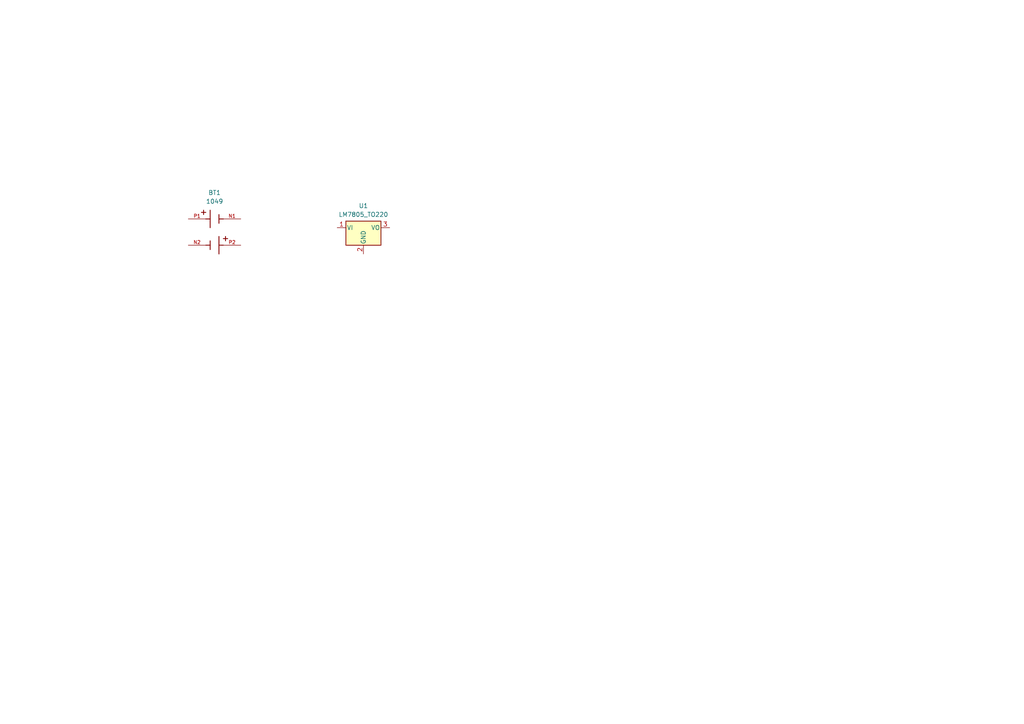
<source format=kicad_sch>
(kicad_sch (version 20250114) (generator "eeschema") (generator_version "9.0")
  (paper "A4")
  (lib_symbols
    (symbol "NDE_lib:1049" (pin_names (offset 1.016))
      (property "Reference" "BT" (at -3.81 8.89 0))
      (property "Value" "1049" (at -3.81 -7.62 0))
      (symbol "1049_0_0"
        (polyline (pts (xy -3.81 6.985) (xy -2.54 6.985)) (stroke (width 0.254)))
        (polyline (pts (xy -3.175 7.62) (xy -3.175 6.35)) (stroke (width 0.254)))
        (polyline (pts (xy -1.27 7.62) (xy -1.27 5.08)) (stroke (width 0.254)))
        (polyline (pts (xy -1.27 5.08) (xy -2.54 5.08)) (stroke (width 0.254)))
        (polyline (pts (xy -1.27 5.08) (xy -1.27 2.54)) (stroke (width 0.254)))
        (polyline (pts (xy -1.27 -2.54) (xy -2.54 -2.54)) (stroke (width 0.254)))
        (polyline (pts (xy -1.27 -2.54) (xy -1.27 -1.27)) (stroke (width 0.254)))
        (polyline (pts (xy -1.27 -3.81) (xy -1.27 -2.54)) (stroke (width 0.254)))
        (polyline (pts (xy 1.27 6.35) (xy 1.27 5.08)) (stroke (width 0.254)))
        (polyline (pts (xy 1.27 5.08) (xy 1.27 3.81)) (stroke (width 0.254)))
        (polyline (pts (xy 1.27 5.08) (xy 2.54 5.08)) (stroke (width 0.254)))
        (polyline (pts (xy 1.27 -2.54) (xy 1.27 0)) (stroke (width 0.254)))
        (polyline (pts (xy 1.27 -2.54) (xy 2.54 -2.54)) (stroke (width 0.254)))
        (polyline (pts (xy 1.27 -5.08) (xy 1.27 -2.54)) (stroke (width 0.254)))
        (polyline (pts (xy 3.175 -1.27) (xy 3.175 0)) (stroke (width 0.254)))
        (polyline (pts (xy 3.81 -0.635) (xy 2.54 -0.635)) (stroke (width 0.254)))
        (pin passive line (at -7.62 5.08 0) (length 5.08) (name "~") (number "P1"))
        (pin passive line (at -7.62 -2.54 0) (length 5.08) (name "~") (number "N2"))
        (pin passive line (at 7.62 5.08 180) (length 5.08) (name "~") (number "N1"))
        (pin passive line (at 7.62 -2.54 180) (length 5.08) (name "~") (number "P2"))
      )
    )
    (symbol "Regulator_Linear:LM7805_TO220" (pin_names (offset 0.254))
      (property "Reference" "U" (at -3.81 3.175 0))
      (property "Value" "LM7805_TO220" (at 0 3.175 0))
      (symbol "LM7805_TO220_0_1"
        (rectangle (start -5.08 1.905) (end 5.08 -5.08) (stroke (width 0.254)) (fill (type background)))
      )
      (symbol "LM7805_TO220_1_1"
        (pin power_in line (at -7.62 0 0) (length 2.54) (name "VI") (number "1"))
        (pin power_in line (at 0 -7.62 90) (length 2.54) (name "GND") (number "2"))
        (pin power_out line (at 7.62 0 180) (length 2.54) (name "VO") (number "3"))
      )
    )
  )
  (symbol (lib_id "NDE_lib:1049") (at 62.23 68.58 0) (unit 1)
    (property "Reference" "BT1" (at 62.23 55.88 0))
    (property "Value" "1049" (at 62.23 58.42 0))
    (property "Footprint" "NDE_lib:BAT_1049" (effects (hide yes)))
    (property "MF" "Keystone Electronics" (effects (hide yes)))
    (property "MAXIMUM_PACKAGE_HEIGHT" "15.1mm" (effects (hide yes)))
    (property "Package" "None" (effects (hide yes)))
    (property "Price" "None" (effects (hide yes)))
    (property "Check_prices" "https://www.snapeda.com/parts/1049/Keystone/view-part/?ref=eda" (effects (hide yes)))
    (property "STANDARD" "Manufacturer Recommendations" (effects (hide yes)))
    (property "PARTREV" "F" (effects (hide yes)))
    (property "SnapEDA_Link" "https://www.snapeda.com/parts/1049/Keystone/view-part/?ref=snap" (effects (hide yes)))
    (property "MP" "1049" (effects (hide yes)))
    (property "Description_1" "THM Holder for Dual 18650 Batteries" (effects (hide yes)))
    (property "MANUFACTURER" "Keystone" (effects (hide yes)))
    (property "Availability" "Not in stock" (effects (hide yes)))
    (property "SNAPEDA_PN" "109" (effects (hide yes)))
  )
  (symbol (lib_id "Regulator_Linear:LM7805_TO220") (at 105.41 66.04 0) (unit 1)
    (property "Reference" "U1" (at 105.41 59.69 0))
    (property "Value" "LM7805_TO220" (at 105.41 62.23 0))
    (property "Footprint" "Package_TO_SOT_THT:TO-220-3_Vertical" (effects (hide yes)))
    (property "Datasheet" "https://www.onsemi.cn/PowerSolutions/document/MC7800-D.PDF" (effects (hide yes)))
    (property "Description" "Positive 1A 35V Linear Regulator, Fixed Output 5V, TO-220" (effects (hide yes)))
  )
)
</source>
